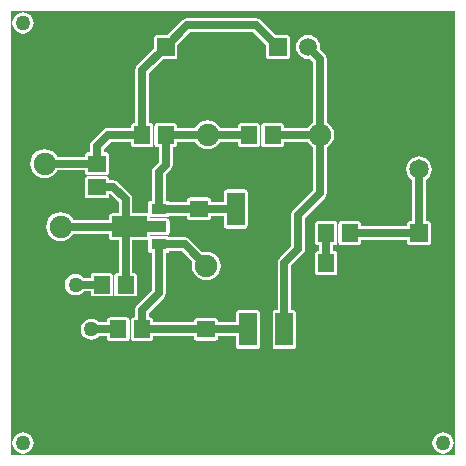
<source format=gtl>
G04 Layer_Physical_Order=1*
G04 Layer_Color=255*
%FSLAX25Y25*%
%MOIN*%
G70*
G01*
G75*
%ADD10R,0.05905X0.05512*%
%ADD11R,0.05512X0.05905*%
%ADD12C,0.05000*%
%ADD13C,0.07500*%
%ADD14R,0.05905X0.11024*%
%ADD15R,0.05118X0.03543*%
%ADD16C,0.02500*%
%ADD17C,0.06500*%
%ADD18C,0.25000*%
%ADD19R,0.05905X0.05905*%
%ADD20C,0.05905*%
%ADD21R,0.05905X0.05905*%
G36*
X148980Y1020D02*
X1020D01*
Y148980D01*
X148980D01*
Y1020D01*
D02*
G37*
%LPC*%
G36*
X34050Y61772D02*
X28539D01*
X28148Y61695D01*
X27818Y61474D01*
X27597Y61143D01*
X27519Y60753D01*
Y60094D01*
X25158D01*
X25003Y60296D01*
X24272Y60857D01*
X23421Y61210D01*
X22507Y61330D01*
X21593Y61210D01*
X20742Y60857D01*
X20011Y60296D01*
X19450Y59565D01*
X19097Y58714D01*
X18977Y57800D01*
X19097Y56886D01*
X19450Y56035D01*
X20011Y55304D01*
X20742Y54743D01*
X21593Y54390D01*
X22507Y54270D01*
X23421Y54390D01*
X24272Y54743D01*
X25003Y55304D01*
X25158Y55506D01*
X27519D01*
Y54847D01*
X27597Y54457D01*
X27818Y54126D01*
X28148Y53905D01*
X28539Y53828D01*
X34050D01*
X34441Y53905D01*
X34771Y54126D01*
X34992Y54457D01*
X35070Y54847D01*
Y60753D01*
X34992Y61143D01*
X34771Y61474D01*
X34441Y61695D01*
X34050Y61772D01*
D02*
G37*
G36*
X108782Y78984D02*
X103270D01*
X102880Y78907D01*
X102549Y78685D01*
X102328Y78355D01*
X102251Y77965D01*
Y72059D01*
X102328Y71669D01*
X102549Y71338D01*
X102880Y71117D01*
X103270Y71039D01*
X103732D01*
Y68984D01*
X103270D01*
X102880Y68906D01*
X102549Y68686D01*
X102328Y68355D01*
X102251Y67965D01*
Y62059D01*
X102328Y61669D01*
X102549Y61338D01*
X102880Y61117D01*
X103270Y61040D01*
X108782D01*
X109172Y61117D01*
X109503Y61338D01*
X109724Y61669D01*
X109801Y62059D01*
Y67965D01*
X109724Y68355D01*
X109503Y68686D01*
X109172Y68906D01*
X108782Y68984D01*
X108320D01*
Y71039D01*
X108782D01*
X109172Y71117D01*
X109503Y71338D01*
X109724Y71669D01*
X109801Y72059D01*
Y77965D01*
X109724Y78355D01*
X109503Y78685D01*
X109172Y78907D01*
X108782Y78984D01*
D02*
G37*
G36*
X39543Y46872D02*
X34032D01*
X33641Y46795D01*
X33310Y46574D01*
X33090Y46243D01*
X33012Y45853D01*
Y45194D01*
X30451D01*
X30296Y45396D01*
X29565Y45957D01*
X28714Y46310D01*
X27800Y46430D01*
X26886Y46310D01*
X26035Y45957D01*
X25304Y45396D01*
X24743Y44665D01*
X24390Y43814D01*
X24270Y42900D01*
X24390Y41986D01*
X24743Y41135D01*
X25304Y40404D01*
X26035Y39843D01*
X26886Y39490D01*
X27800Y39370D01*
X28714Y39490D01*
X29565Y39843D01*
X30296Y40404D01*
X30451Y40606D01*
X33012D01*
Y39947D01*
X33090Y39557D01*
X33310Y39226D01*
X33641Y39005D01*
X34032Y38928D01*
X39543D01*
X39933Y39005D01*
X40264Y39226D01*
X40485Y39557D01*
X40563Y39947D01*
Y45853D01*
X40485Y46243D01*
X40264Y46574D01*
X39933Y46795D01*
X39543Y46872D01*
D02*
G37*
G36*
X5000Y8530D02*
X4086Y8410D01*
X3235Y8057D01*
X2504Y7496D01*
X1943Y6765D01*
X1590Y5914D01*
X1470Y5000D01*
X1590Y4086D01*
X1943Y3235D01*
X2504Y2504D01*
X3235Y1943D01*
X4086Y1590D01*
X5000Y1470D01*
X5914Y1590D01*
X6765Y1943D01*
X7496Y2504D01*
X8057Y3235D01*
X8410Y4086D01*
X8530Y5000D01*
X8410Y5914D01*
X8057Y6765D01*
X7496Y7496D01*
X6765Y8057D01*
X5914Y8410D01*
X5000Y8530D01*
D02*
G37*
G36*
X145000D02*
X144086Y8410D01*
X143235Y8057D01*
X142504Y7496D01*
X141943Y6765D01*
X141590Y5914D01*
X141470Y5000D01*
X141590Y4086D01*
X141943Y3235D01*
X142504Y2504D01*
X143235Y1943D01*
X144086Y1590D01*
X145000Y1470D01*
X145914Y1590D01*
X146765Y1943D01*
X147496Y2504D01*
X148057Y3235D01*
X148410Y4086D01*
X148530Y5000D01*
X148410Y5914D01*
X148057Y6765D01*
X147496Y7496D01*
X146765Y8057D01*
X145914Y8410D01*
X145000Y8530D01*
D02*
G37*
G36*
X100000Y140987D02*
X98968Y140851D01*
X98007Y140453D01*
X97181Y139819D01*
X96547Y138993D01*
X96149Y138032D01*
X96013Y137000D01*
X96149Y135968D01*
X96547Y135007D01*
X97181Y134181D01*
X98007Y133547D01*
X98968Y133149D01*
X100000Y133013D01*
X100656Y133099D01*
X101706Y132050D01*
Y111891D01*
X101604Y111849D01*
X100612Y111088D01*
X99851Y110096D01*
X99809Y109994D01*
X91949D01*
Y110653D01*
X91872Y111043D01*
X91651Y111374D01*
X91320Y111595D01*
X90930Y111672D01*
X85418D01*
X85028Y111595D01*
X84697Y111374D01*
X84476Y111043D01*
X84399Y110653D01*
Y104747D01*
X84476Y104357D01*
X84697Y104026D01*
X85028Y103805D01*
X85418Y103728D01*
X90930D01*
X91320Y103805D01*
X91651Y104026D01*
X91872Y104357D01*
X91949Y104747D01*
Y105406D01*
X99809D01*
X99851Y105305D01*
X100612Y104312D01*
X101604Y103551D01*
X101706Y103509D01*
Y89282D01*
X95078Y82654D01*
X94581Y81909D01*
X94406Y81032D01*
Y70650D01*
X90517Y66761D01*
X90020Y66017D01*
X89845Y65139D01*
Y49431D01*
X89187D01*
X88796Y49354D01*
X88466Y49133D01*
X88245Y48802D01*
X88167Y48412D01*
Y37388D01*
X88245Y36998D01*
X88466Y36667D01*
X88796Y36446D01*
X89187Y36369D01*
X95092D01*
X95482Y36446D01*
X95813Y36667D01*
X96034Y36998D01*
X96112Y37388D01*
Y48412D01*
X96034Y48802D01*
X95813Y49133D01*
X95482Y49354D01*
X95092Y49431D01*
X94433D01*
Y64189D01*
X98322Y68078D01*
X98819Y68822D01*
X98994Y69700D01*
Y80081D01*
X105622Y86709D01*
X106120Y87454D01*
X106294Y88332D01*
Y103509D01*
X106395Y103551D01*
X107388Y104312D01*
X108149Y105305D01*
X108628Y106460D01*
X108791Y107700D01*
X108628Y108940D01*
X108149Y110096D01*
X107388Y111088D01*
X106395Y111849D01*
X106294Y111891D01*
Y133000D01*
X106120Y133878D01*
X105622Y134622D01*
X103901Y136344D01*
X103987Y137000D01*
X103851Y138032D01*
X103453Y138993D01*
X102819Y139819D01*
X101993Y140453D01*
X101032Y140851D01*
X100000Y140987D01*
D02*
G37*
G36*
X82745Y146549D02*
X59755D01*
X58877Y146374D01*
X58133Y145877D01*
X53228Y140972D01*
X49547D01*
X49157Y140895D01*
X48826Y140674D01*
X48605Y140343D01*
X48528Y139953D01*
Y136272D01*
X43078Y130822D01*
X42581Y130078D01*
X42406Y129200D01*
Y111672D01*
X41944D01*
X41554Y111595D01*
X41223Y111374D01*
X41002Y111043D01*
X40925Y110653D01*
Y109994D01*
X33300D01*
X32422Y109819D01*
X31678Y109322D01*
X27978Y105622D01*
X27481Y104878D01*
X27306Y104000D01*
Y101912D01*
X26647D01*
X26257Y101835D01*
X25926Y101614D01*
X25705Y101283D01*
X25628Y100893D01*
Y100431D01*
X16376D01*
X16349Y100496D01*
X15588Y101488D01*
X14595Y102249D01*
X13440Y102728D01*
X12200Y102891D01*
X10960Y102728D01*
X9804Y102249D01*
X8812Y101488D01*
X8051Y100496D01*
X7572Y99340D01*
X7409Y98100D01*
X7572Y96860D01*
X8051Y95705D01*
X8812Y94712D01*
X9804Y93951D01*
X10960Y93472D01*
X12200Y93309D01*
X13440Y93472D01*
X14595Y93951D01*
X15588Y94712D01*
X16349Y95705D01*
X16407Y95843D01*
X25628D01*
Y95381D01*
X25705Y94991D01*
X25926Y94660D01*
X26257Y94439D01*
X26647Y94362D01*
X32553D01*
X32943Y94439D01*
X33274Y94660D01*
X33495Y94991D01*
X33572Y95381D01*
Y100893D01*
X33495Y101283D01*
X33274Y101614D01*
X32943Y101835D01*
X32553Y101912D01*
X31894D01*
Y103050D01*
X34250Y105406D01*
X40925D01*
Y104747D01*
X41002Y104357D01*
X41223Y104026D01*
X41554Y103805D01*
X41944Y103728D01*
X47456D01*
X47846Y103805D01*
X48177Y104026D01*
X48398Y104357D01*
X48476Y104747D01*
Y110653D01*
X48398Y111043D01*
X48177Y111374D01*
X47846Y111595D01*
X47456Y111672D01*
X46994D01*
Y128250D01*
X51772Y133028D01*
X55453D01*
X55843Y133105D01*
X56174Y133326D01*
X56395Y133657D01*
X56472Y134047D01*
Y137728D01*
X60705Y141961D01*
X81795D01*
X86028Y137728D01*
Y134047D01*
X86105Y133657D01*
X86326Y133326D01*
X86657Y133105D01*
X87047Y133028D01*
X92953D01*
X93343Y133105D01*
X93674Y133326D01*
X93895Y133657D01*
X93972Y134047D01*
Y139953D01*
X93895Y140343D01*
X93674Y140674D01*
X93343Y140895D01*
X92953Y140972D01*
X89272D01*
X84367Y145877D01*
X83623Y146374D01*
X82745Y146549D01*
D02*
G37*
G36*
X66500Y112491D02*
X65260Y112328D01*
X64104Y111849D01*
X63112Y111088D01*
X62351Y110096D01*
X62309Y109994D01*
X56349D01*
Y110653D01*
X56272Y111043D01*
X56051Y111374D01*
X55720Y111595D01*
X55330Y111672D01*
X49818D01*
X49428Y111595D01*
X49097Y111374D01*
X48876Y111043D01*
X48798Y110653D01*
Y104747D01*
X48876Y104357D01*
X49097Y104026D01*
X49428Y103805D01*
X49818Y103728D01*
X50280D01*
Y98724D01*
X48630Y97074D01*
X48133Y96330D01*
X47958Y95452D01*
Y85797D01*
X47693D01*
X47303Y85719D01*
X46972Y85498D01*
X46751Y85167D01*
X46673Y84777D01*
Y81481D01*
X46433Y81529D01*
X41463D01*
Y86231D01*
X41288Y87109D01*
X40791Y87854D01*
X36759Y91885D01*
X36015Y92382D01*
X35137Y92557D01*
X33572D01*
Y93019D01*
X33495Y93409D01*
X33274Y93740D01*
X32943Y93961D01*
X32553Y94038D01*
X26647D01*
X26257Y93961D01*
X25926Y93740D01*
X25705Y93409D01*
X25628Y93019D01*
Y87507D01*
X25705Y87117D01*
X25926Y86786D01*
X26257Y86565D01*
X26647Y86488D01*
X32553D01*
X32943Y86565D01*
X33274Y86786D01*
X33495Y87117D01*
X33572Y87507D01*
Y87969D01*
X34187D01*
X36874Y85281D01*
Y81529D01*
X34701D01*
X34311Y81451D01*
X33980Y81230D01*
X33759Y80900D01*
X33681Y80510D01*
Y79394D01*
X21691D01*
X21649Y79496D01*
X20888Y80488D01*
X19895Y81249D01*
X18740Y81728D01*
X17500Y81891D01*
X16260Y81728D01*
X15104Y81249D01*
X14112Y80488D01*
X13351Y79496D01*
X12872Y78340D01*
X12709Y77100D01*
X12872Y75860D01*
X13351Y74704D01*
X14112Y73712D01*
X15104Y72951D01*
X16260Y72472D01*
X17500Y72309D01*
X18740Y72472D01*
X19895Y72951D01*
X20888Y73712D01*
X21649Y74704D01*
X21691Y74806D01*
X33681D01*
Y73691D01*
X33759Y73300D01*
X33980Y72970D01*
X34311Y72749D01*
X34701Y72671D01*
X36874D01*
Y61772D01*
X36413D01*
X36022Y61695D01*
X35692Y61474D01*
X35471Y61143D01*
X35393Y60753D01*
Y54847D01*
X35471Y54457D01*
X35692Y54126D01*
X36022Y53905D01*
X36413Y53828D01*
X41924D01*
X42315Y53905D01*
X42645Y54126D01*
X42866Y54457D01*
X42944Y54847D01*
Y60753D01*
X42866Y61143D01*
X42645Y61474D01*
X42315Y61695D01*
X41924Y61772D01*
X41463D01*
Y72671D01*
X46433D01*
X46673Y72719D01*
Y69423D01*
X46751Y69033D01*
X46972Y68702D01*
X47303Y68481D01*
X47693Y68403D01*
X47958D01*
Y55902D01*
X43039Y50984D01*
X42542Y50239D01*
X42367Y49361D01*
Y46872D01*
X41906D01*
X41515Y46795D01*
X41185Y46574D01*
X40964Y46243D01*
X40886Y45853D01*
Y39947D01*
X40964Y39557D01*
X41185Y39226D01*
X41515Y39005D01*
X41906Y38928D01*
X47417D01*
X47807Y39005D01*
X48138Y39226D01*
X48359Y39557D01*
X48437Y39947D01*
Y40606D01*
X61965D01*
Y40144D01*
X62042Y39754D01*
X62263Y39423D01*
X62594Y39202D01*
X62984Y39125D01*
X68890D01*
X69280Y39202D01*
X69611Y39423D01*
X69832Y39754D01*
X69909Y40144D01*
Y40606D01*
X75962D01*
Y37388D01*
X76040Y36998D01*
X76261Y36667D01*
X76592Y36446D01*
X76982Y36369D01*
X82887D01*
X83278Y36446D01*
X83608Y36667D01*
X83829Y36998D01*
X83907Y37388D01*
Y48412D01*
X83829Y48802D01*
X83608Y49133D01*
X83278Y49354D01*
X82887Y49431D01*
X76982D01*
X76592Y49354D01*
X76261Y49133D01*
X76040Y48802D01*
X75962Y48412D01*
Y45194D01*
X69909D01*
Y45656D01*
X69832Y46046D01*
X69611Y46377D01*
X69280Y46598D01*
X68890Y46676D01*
X62984D01*
X62594Y46598D01*
X62263Y46377D01*
X62042Y46046D01*
X61965Y45656D01*
Y45194D01*
X48437D01*
Y45853D01*
X48359Y46243D01*
X48138Y46574D01*
X47807Y46795D01*
X47417Y46872D01*
X46955D01*
Y48411D01*
X51874Y53330D01*
X52371Y54074D01*
X52546Y54952D01*
Y68403D01*
X52811D01*
X53201Y68481D01*
X53532Y68702D01*
X53665Y68900D01*
X57955D01*
X61514Y65341D01*
X61472Y65240D01*
X61309Y64000D01*
X61472Y62760D01*
X61951Y61604D01*
X62712Y60612D01*
X63705Y59851D01*
X64860Y59372D01*
X66100Y59209D01*
X67340Y59372D01*
X68496Y59851D01*
X69488Y60612D01*
X70249Y61604D01*
X70728Y62760D01*
X70891Y64000D01*
X70728Y65240D01*
X70249Y66395D01*
X69488Y67388D01*
X68496Y68149D01*
X67340Y68628D01*
X66100Y68791D01*
X64860Y68628D01*
X64759Y68586D01*
X60528Y72817D01*
X59783Y73314D01*
X58906Y73489D01*
X53665D01*
X53532Y73687D01*
X53201Y73908D01*
X52811Y73986D01*
X47693D01*
X47453Y73938D01*
Y74309D01*
X47665D01*
X47693Y74303D01*
X52811D01*
X53201Y74381D01*
X53532Y74602D01*
X53753Y74933D01*
X53831Y75323D01*
Y75328D01*
X53831Y75328D01*
Y78872D01*
X53753Y79262D01*
X53532Y79593D01*
X53201Y79814D01*
X52811Y79891D01*
X47453D01*
Y80262D01*
X47693Y80214D01*
X52811D01*
X53201Y80292D01*
X53532Y80513D01*
X53665Y80711D01*
X59665D01*
Y80302D01*
X59742Y79911D01*
X59963Y79581D01*
X60294Y79360D01*
X60684Y79282D01*
X66590D01*
X66980Y79360D01*
X67311Y79581D01*
X67532Y79911D01*
X67609Y80302D01*
Y80763D01*
X71925D01*
Y77488D01*
X72003Y77098D01*
X72224Y76767D01*
X72555Y76546D01*
X72945Y76469D01*
X78850D01*
X79241Y76546D01*
X79571Y76767D01*
X79792Y77098D01*
X79870Y77488D01*
Y88512D01*
X79792Y88902D01*
X79571Y89233D01*
X79241Y89454D01*
X78850Y89531D01*
X72945D01*
X72555Y89454D01*
X72224Y89233D01*
X72003Y88902D01*
X71925Y88512D01*
Y85352D01*
X67609D01*
Y85813D01*
X67532Y86204D01*
X67311Y86534D01*
X66980Y86755D01*
X66590Y86833D01*
X60684D01*
X60294Y86755D01*
X59963Y86534D01*
X59742Y86204D01*
X59665Y85813D01*
Y85300D01*
X53665D01*
X53532Y85498D01*
X53201Y85719D01*
X52811Y85797D01*
X52546D01*
Y94502D01*
X54196Y96152D01*
X54694Y96896D01*
X54868Y97774D01*
Y103728D01*
X55330D01*
X55720Y103805D01*
X56051Y104026D01*
X56272Y104357D01*
X56349Y104747D01*
Y105406D01*
X62309D01*
X62351Y105305D01*
X63112Y104312D01*
X64104Y103551D01*
X65260Y103072D01*
X66500Y102909D01*
X67740Y103072D01*
X68896Y103551D01*
X69888Y104312D01*
X70649Y105305D01*
X70691Y105406D01*
X76525D01*
Y104747D01*
X76602Y104357D01*
X76823Y104026D01*
X77154Y103805D01*
X77544Y103728D01*
X83056D01*
X83446Y103805D01*
X83777Y104026D01*
X83998Y104357D01*
X84075Y104747D01*
Y110653D01*
X83998Y111043D01*
X83777Y111374D01*
X83446Y111595D01*
X83056Y111672D01*
X77544D01*
X77154Y111595D01*
X76823Y111374D01*
X76602Y111043D01*
X76525Y110653D01*
Y109994D01*
X70691D01*
X70649Y110096D01*
X69888Y111088D01*
X68896Y111849D01*
X67740Y112328D01*
X66500Y112491D01*
D02*
G37*
G36*
X5000Y148530D02*
X4086Y148410D01*
X3235Y148057D01*
X2504Y147496D01*
X1943Y146765D01*
X1590Y145914D01*
X1470Y145000D01*
X1590Y144086D01*
X1943Y143235D01*
X2504Y142504D01*
X3235Y141943D01*
X4086Y141590D01*
X5000Y141470D01*
X5914Y141590D01*
X6765Y141943D01*
X7496Y142504D01*
X8057Y143235D01*
X8410Y144086D01*
X8530Y145000D01*
X8410Y145914D01*
X8057Y146765D01*
X7496Y147496D01*
X6765Y148057D01*
X5914Y148410D01*
X5000Y148530D01*
D02*
G37*
G36*
X137000Y100519D02*
X135890Y100373D01*
X134857Y99944D01*
X133969Y99263D01*
X133288Y98375D01*
X132859Y97342D01*
X132713Y96232D01*
X132859Y95122D01*
X133288Y94089D01*
X133969Y93201D01*
X134706Y92635D01*
Y78972D01*
X134047D01*
X133657Y78895D01*
X133326Y78674D01*
X133105Y78343D01*
X133028Y77953D01*
Y77294D01*
X117675D01*
Y77965D01*
X117598Y78355D01*
X117377Y78685D01*
X117046Y78907D01*
X116656Y78984D01*
X111144D01*
X110754Y78907D01*
X110423Y78685D01*
X110202Y78355D01*
X110125Y77965D01*
Y72059D01*
X110202Y71669D01*
X110423Y71338D01*
X110754Y71117D01*
X111144Y71039D01*
X116656D01*
X117046Y71117D01*
X117377Y71338D01*
X117598Y71669D01*
X117675Y72059D01*
Y72706D01*
X133028D01*
Y72047D01*
X133105Y71657D01*
X133326Y71326D01*
X133657Y71105D01*
X134047Y71028D01*
X139953D01*
X140343Y71105D01*
X140674Y71326D01*
X140895Y71657D01*
X140972Y72047D01*
Y77953D01*
X140895Y78343D01*
X140674Y78674D01*
X140343Y78895D01*
X139953Y78972D01*
X139294D01*
Y92635D01*
X140031Y93201D01*
X140712Y94089D01*
X141141Y95122D01*
X141287Y96232D01*
X141141Y97342D01*
X140712Y98375D01*
X140031Y99263D01*
X139143Y99944D01*
X138110Y100373D01*
X137000Y100519D01*
D02*
G37*
%LPD*%
G36*
X46433Y78872D02*
X52811D01*
Y75328D01*
X46433D01*
Y73691D01*
X34701D01*
Y80510D01*
X46433D01*
Y78872D01*
D02*
G37*
D10*
X29600Y98137D02*
D03*
Y90263D02*
D03*
X65937Y42900D02*
D03*
Y35026D02*
D03*
X63637Y83057D02*
D03*
Y90931D02*
D03*
D11*
X44700Y107700D02*
D03*
X52574D02*
D03*
X80300D02*
D03*
X88174D02*
D03*
X113900Y65012D02*
D03*
X106026D02*
D03*
X36787Y42900D02*
D03*
X44661D02*
D03*
X31295Y57800D02*
D03*
X39169D02*
D03*
X113900Y75012D02*
D03*
X106026D02*
D03*
D12*
X5000Y145000D02*
D03*
Y5000D02*
D03*
X145000D02*
D03*
X22507Y57800D02*
D03*
X27800Y42900D02*
D03*
D13*
X12200Y98100D02*
D03*
X104000Y107700D02*
D03*
X66100Y64000D02*
D03*
X66500Y107700D02*
D03*
X17500Y77100D02*
D03*
D14*
X92139Y42900D02*
D03*
X79935D02*
D03*
X88102Y83000D02*
D03*
X75898D02*
D03*
D15*
X50252Y77095D02*
D03*
Y83005D02*
D03*
Y71194D02*
D03*
D16*
X104000Y107700D02*
Y133000D01*
X44700Y107700D02*
Y129200D01*
X92139Y42900D02*
Y65139D01*
X96700Y69700D01*
Y81032D01*
X104000Y88332D01*
Y107700D01*
X33300D02*
X44700D01*
X29600Y104000D02*
X33300Y107700D01*
X29600Y98137D02*
Y104000D01*
X39169Y77100D02*
Y86231D01*
X35137Y90263D02*
X39169Y86231D01*
X29600Y90263D02*
X35137D01*
X17500Y77100D02*
X39169D01*
Y57800D02*
Y77100D01*
X12200Y98100D02*
X12237Y98137D01*
X29600D01*
X66500Y107700D02*
X80300D01*
X52574D02*
X66500D01*
X88174D02*
X104000D01*
X80300D02*
X80363Y107637D01*
X44661Y42900D02*
X65937D01*
X137000Y75000D02*
Y96232D01*
X106026Y65012D02*
Y75012D01*
X22507Y57800D02*
X31295D01*
X100000Y137000D02*
X104000Y133000D01*
X44700Y129200D02*
X52500Y137000D01*
X59755Y144255D01*
X82745D01*
X90000Y137000D01*
X50247Y77100D02*
X50252Y77095D01*
X63637Y83057D02*
X75840D01*
X75898Y83000D01*
X28380Y42900D02*
X36787D01*
X28100Y43180D02*
X28380Y42900D01*
X65937D02*
X79935D01*
X79935Y42900D01*
X113912Y75000D02*
X137000D01*
X52574Y97774D02*
Y107700D01*
X50252Y95452D02*
X52574Y97774D01*
X50252Y83005D02*
Y95452D01*
Y83005D02*
X63585D01*
X63637Y83057D01*
X50252Y54952D02*
Y71194D01*
X44661Y49361D02*
X50252Y54952D01*
X44661Y42900D02*
Y49361D01*
X39169Y77100D02*
X50247D01*
X50252Y71194D02*
X58906D01*
X66100Y64000D01*
D17*
X74000Y22500D02*
D03*
X137000Y96232D02*
D03*
D18*
X22500Y127500D02*
D03*
X127500D02*
D03*
X22500Y22500D02*
D03*
X127500D02*
D03*
D19*
X90000Y137000D02*
D03*
X52500D02*
D03*
D20*
X100000D02*
D03*
X137000Y65000D02*
D03*
X62500Y137000D02*
D03*
D21*
X137000Y75000D02*
D03*
M02*

</source>
